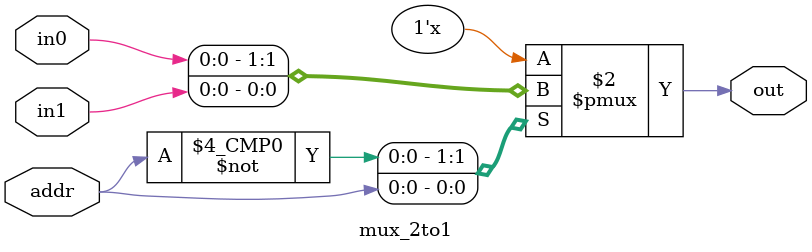
<source format=v>
module mux_2to1(out,in0,in1,addr);
//Declarations
parameter n=1;
output reg [n-1:0] out;
input [n-1:0] in0,in1;
input addr;

//Achievements
always @(*)
begin
  case(addr)
    1'b0:	out = in0;
    1'b1:	out = in1;
  endcase
end

endmodule

</source>
